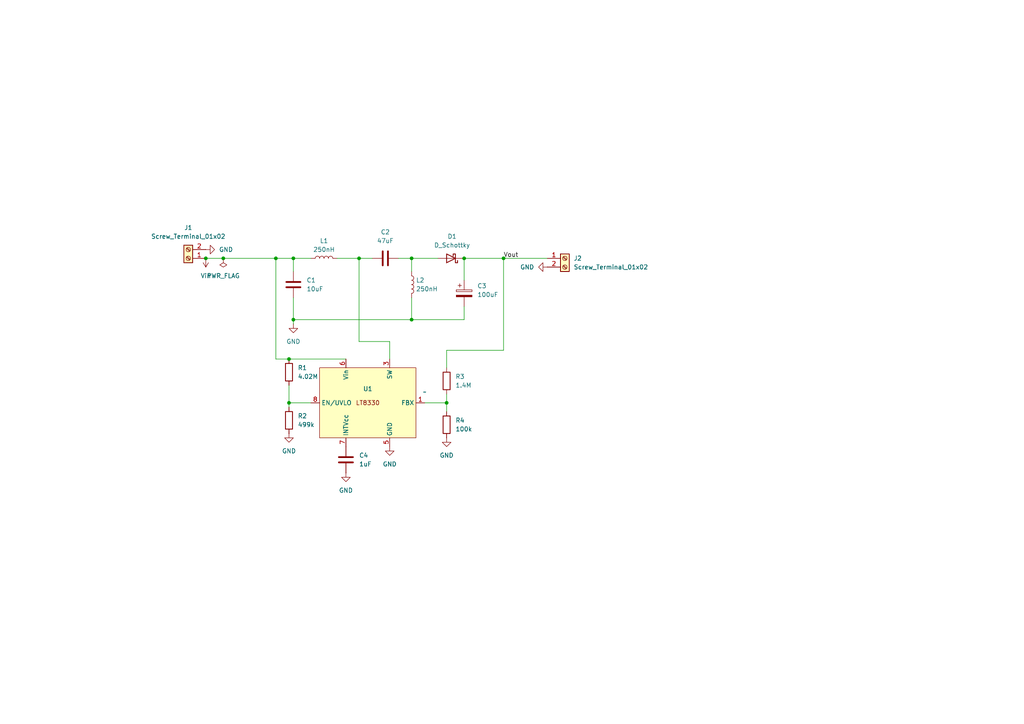
<source format=kicad_sch>
(kicad_sch (version 20231120) (generator "eeschema") (generator_version "8.0")
  (paper "A4")
  (lib_symbols
    (symbol "Connector:Screw_Terminal_01x02" (pin_names (offset 1.016) hide)
      (property "Reference" "J" (at 0 2.54 0))
      (property "Value" "Screw_Terminal_01x02" (at 0 -5.08 0))
      (symbol "Screw_Terminal_01x02_1_1"
        (rectangle (start -1.27 1.27) (end 1.27 -3.81) (stroke (width 0.254)) (fill (type background)))
        (circle (center 0 -2.54) (radius 0.635) (stroke (width 0.1524)))
        (polyline (pts (xy -0.5334 -2.2098) (xy 0.3302 -3.048)) (stroke (width 0.1524)))
        (polyline (pts (xy -0.5334 0.3302) (xy 0.3302 -0.508)) (stroke (width 0.1524)))
        (polyline (pts (xy -0.3556 -2.032) (xy 0.508 -2.8702)) (stroke (width 0.1524)))
        (polyline (pts (xy -0.3556 0.508) (xy 0.508 -0.3302)) (stroke (width 0.1524)))
        (circle (center 0 0) (radius 0.635) (stroke (width 0.1524)))
        (pin passive line (at -5.08 0 0) (length 3.81) (name "Pin_1") (number "1"))
        (pin passive line (at -5.08 -2.54 0) (length 3.81) (name "Pin_2") (number "2"))
      )
    )
    (symbol "Device:C" (pin_numbers hide) (pin_names (offset 0.254))
      (property "Reference" "C" (at 0.635 2.54 0))
      (property "Value" "C" (at 0.635 -2.54 0))
      (symbol "C_0_1"
        (polyline (pts (xy -2.032 -0.762) (xy 2.032 -0.762)) (stroke (width 0.508)))
        (polyline (pts (xy -2.032 0.762) (xy 2.032 0.762)) (stroke (width 0.508)))
      )
      (symbol "C_1_1"
        (pin passive line (at 0 3.81 270) (length 2.794) (name "~") (number "1"))
        (pin passive line (at 0 -3.81 90) (length 2.794) (name "~") (number "2"))
      )
    )
    (symbol "Device:C_Polarized" (pin_numbers hide) (pin_names (offset 0.254))
      (property "Reference" "C" (at 0.635 2.54 0))
      (property "Value" "C_Polarized" (at 0.635 -2.54 0))
      (symbol "C_Polarized_0_1"
        (rectangle (start -2.286 0.508) (end 2.286 1.016))
        (polyline (pts (xy -1.778 2.286) (xy -0.762 2.286)))
        (polyline (pts (xy -1.27 2.794) (xy -1.27 1.778)))
        (rectangle (start 2.286 -0.508) (end -2.286 -1.016) (fill (type outline)))
      )
      (symbol "C_Polarized_1_1"
        (pin passive line (at 0 3.81 270) (length 2.794) (name "~") (number "1"))
        (pin passive line (at 0 -3.81 90) (length 2.794) (name "~") (number "2"))
      )
    )
    (symbol "Device:D_Schottky" (pin_numbers hide) (pin_names (offset 1.016) hide)
      (property "Reference" "D" (at 0 2.54 0))
      (property "Value" "D_Schottky" (at 0 -2.54 0))
      (symbol "D_Schottky_0_1"
        (polyline (pts (xy 1.27 0) (xy -1.27 0)))
        (polyline (pts (xy 1.27 1.27) (xy 1.27 -1.27) (xy -1.27 0) (xy 1.27 1.27)) (stroke (width 0.254)))
        (polyline (pts (xy -1.905 0.635) (xy -1.905 1.27) (xy -1.27 1.27) (xy -1.27 -1.27) (xy -0.635 -1.27) (xy -0.635 -0.635)) (stroke (width 0.254)))
      )
      (symbol "D_Schottky_1_1"
        (pin passive line (at -3.81 0 0) (length 2.54) (name "K") (number "1"))
        (pin passive line (at 3.81 0 180) (length 2.54) (name "A") (number "2"))
      )
    )
    (symbol "Device:L" (pin_numbers hide) (pin_names (offset 1.016) hide)
      (property "Reference" "L" (at -1.27 0 90))
      (property "Value" "L" (at 1.905 0 90))
      (symbol "L_0_1"
        (arc (start 0 -2.54) (mid 0.6323 -1.905) (end 0 -1.27))
        (arc (start 0 -1.27) (mid 0.6323 -0.635) (end 0 0))
        (arc (start 0 0) (mid 0.6323 0.635) (end 0 1.27))
        (arc (start 0 1.27) (mid 0.6323 1.905) (end 0 2.54))
      )
      (symbol "L_1_1"
        (pin passive line (at 0 3.81 270) (length 1.27) (name "1") (number "1"))
        (pin passive line (at 0 -3.81 90) (length 1.27) (name "2") (number "2"))
      )
    )
    (symbol "Device:R" (pin_numbers hide) (pin_names (offset 0))
      (property "Reference" "R" (at 2.032 0 90))
      (property "Value" "R" (at 0 0 90))
      (symbol "R_0_1"
        (rectangle (start -1.016 -2.54) (end 1.016 2.54) (stroke (width 0.254)))
      )
      (symbol "R_1_1"
        (pin passive line (at 0 3.81 270) (length 1.27) (name "~") (number "1"))
        (pin passive line (at 0 -3.81 90) (length 1.27) (name "~") (number "2"))
      )
    )
    (symbol "LT8330:LT8330 DDB"
      (property "Reference" "U" (at 0 0 0))
      (symbol "LT8330 DDB_1_1"
        (text_box "LT8330\n" (at -13.97 10.16 0) (size 27.94 -20.32) (fill (type color) (color 255 255 194 1)) (effects (font (size 1.27 1.27))))
        (pin input line (at 16.51 0 180) (length 2.54) (name "FBX") (number "1"))
        (pin output line (at 6.35 12.7 270) (length 2.54) (name "SW") (number "3"))
        (pin output line (at 6.35 -12.7 90) (length 2.54) (name "GND") (number "5"))
        (pin power_in line (at -6.35 12.7 270) (length 2.54) (name "Vin") (number "6"))
        (pin output line (at -6.35 -12.7 90) (length 2.54) (name "INTVcc") (number "7"))
        (pin input line (at -16.51 0 0) (length 2.54) (name "EN/UVLO") (number "8"))
      )
    )
    (symbol "Screw_Terminal_01x02_1" (pin_names (offset 1.016) hide)
      (property "Reference" "J1" (at 0 -8.89 0))
      (property "Value" "Screw_Terminal_01x02" (at 0 -6.35 0))
      (symbol "Screw_Terminal_01x02_1_1_1"
        (rectangle (start -1.27 1.27) (end 1.27 -3.81) (stroke (width 0.254)) (fill (type background)))
        (circle (center 0 -2.54) (radius 0.635) (stroke (width 0.1524)))
        (polyline (pts (xy -0.5334 -2.2098) (xy 0.3302 -3.048)) (stroke (width 0.1524)))
        (polyline (pts (xy -0.5334 0.3302) (xy 0.3302 -0.508)) (stroke (width 0.1524)))
        (polyline (pts (xy -0.3556 -2.032) (xy 0.508 -2.8702)) (stroke (width 0.1524)))
        (polyline (pts (xy -0.3556 0.508) (xy 0.508 -0.3302)) (stroke (width 0.1524)))
        (circle (center 0 0) (radius 0.635) (stroke (width 0.1524)))
        (pin power_in line (at -5.08 0 0) (length 3.81) (name "Pin_1") (number "1"))
        (pin power_out line (at -5.08 -2.54 0) (length 3.81) (name "Pin_2") (number "2"))
      )
    )
    (symbol "power:GND" (power) (pin_numbers hide) (pin_names (offset 0) hide)
      (property "Value" "GND" (at 0 -3.81 0))
      (symbol "GND_0_1"
        (polyline (pts (xy 0 0) (xy 0 -1.27) (xy 1.27 -1.27) (xy 0 -2.54) (xy -1.27 -1.27) (xy 0 -1.27)))
      )
      (symbol "GND_1_1"
        (pin power_in line (at 0 0 270) (length 0) (name "~") (number "1"))
      )
    )
    (symbol "power:PWR_FLAG" (power) (pin_numbers hide) (pin_names (offset 0) hide)
      (property "Value" "PWR_FLAG" (at 0 3.81 0))
      (symbol "PWR_FLAG_0_0"
        (pin power_out line (at 0 0 90) (length 0) (name "~") (number "1"))
      )
      (symbol "PWR_FLAG_0_1"
        (polyline (pts (xy 0 0) (xy 0 1.27) (xy -1.016 1.905) (xy 0 2.54) (xy 1.016 1.905) (xy 0 1.27)))
      )
    )
    (symbol "power:VAA" (power) (pin_numbers hide) (pin_names (offset 0) hide)
      (property "Value" "VAA" (at 0 3.556 0))
      (symbol "VAA_0_1"
        (polyline (pts (xy -0.762 1.27) (xy 0 2.54)))
        (polyline (pts (xy 0 0) (xy 0 2.54)))
        (polyline (pts (xy 0 2.54) (xy 0.762 1.27)))
      )
      (symbol "VAA_1_1"
        (pin power_in line (at 0 0 90) (length 0) (name "~") (number "1"))
      )
    )
  )
  (junction (at 129.54 116.84))
  (junction (at 83.82 104.14))
  (junction (at 119.38 92.71))
  (junction (at 119.38 74.93))
  (junction (at 59.69 74.93))
  (junction (at 64.77 74.93))
  (junction (at 80.01 74.93))
  (junction (at 85.09 92.71))
  (junction (at 134.62 74.93))
  (junction (at 146.05 74.93))
  (junction (at 104.14 74.93))
  (junction (at 83.82 116.84))
  (junction (at 85.09 74.93))
  (wire (pts (xy 134.62 74.93) (xy 146.05 74.93)))
  (wire (pts (xy 83.82 116.84) (xy 90.17 116.84)))
  (wire (pts (xy 113.03 104.14) (xy 113.03 99.06)))
  (wire (pts (xy 85.09 86.36) (xy 85.09 92.71)))
  (wire (pts (xy 85.09 92.71) (xy 119.38 92.71)))
  (wire (pts (xy 134.62 88.9) (xy 134.62 92.71)))
  (wire (pts (xy 83.82 104.14) (xy 100.33 104.14)))
  (wire (pts (xy 80.01 74.93) (xy 85.09 74.93)))
  (wire (pts (xy 129.54 101.6) (xy 146.05 101.6)))
  (wire (pts (xy 104.14 74.93) (xy 104.14 99.06)))
  (wire (pts (xy 129.54 106.68) (xy 129.54 101.6)))
  (wire (pts (xy 119.38 86.36) (xy 119.38 92.71)))
  (wire (pts (xy 85.09 74.93) (xy 90.17 74.93)))
  (wire (pts (xy 123.19 116.84) (xy 129.54 116.84)))
  (wire (pts (xy 119.38 74.93) (xy 127 74.93)))
  (wire (pts (xy 80.01 74.93) (xy 80.01 104.14)))
  (wire (pts (xy 146.05 74.93) (xy 158.75 74.93)))
  (wire (pts (xy 115.57 74.93) (xy 119.38 74.93)))
  (wire (pts (xy 85.09 74.93) (xy 85.09 78.74)))
  (wire (pts (xy 146.05 101.6) (xy 146.05 74.93)))
  (wire (pts (xy 83.82 116.84) (xy 83.82 118.11)))
  (wire (pts (xy 85.09 92.71) (xy 85.09 93.98)))
  (wire (pts (xy 104.14 74.93) (xy 107.95 74.93)))
  (wire (pts (xy 113.03 99.06) (xy 104.14 99.06)))
  (wire (pts (xy 64.77 74.93) (xy 80.01 74.93)))
  (wire (pts (xy 80.01 104.14) (xy 83.82 104.14)))
  (wire (pts (xy 119.38 74.93) (xy 119.38 78.74)))
  (wire (pts (xy 97.79 74.93) (xy 104.14 74.93)))
  (wire (pts (xy 129.54 116.84) (xy 129.54 119.38)))
  (wire (pts (xy 129.54 114.3) (xy 129.54 116.84)))
  (wire (pts (xy 83.82 111.76) (xy 83.82 116.84)))
  (wire (pts (xy 59.69 74.93) (xy 64.77 74.93)))
  (wire (pts (xy 119.38 92.71) (xy 134.62 92.71)))
  (wire (pts (xy 134.62 74.93) (xy 134.62 81.28)))
  (label "Vout" (at 146.05 74.93 0))
  (symbol (lib_id "Device:R") (at 83.82 107.95 0) (unit 1)
    (property "Reference" "R1" (at 86.36 106.6799 0) (effects (justify left)))
    (property "Value" "4.02M" (at 86.36 109.2199 0) (effects (justify left)))
    (property "Footprint" "Resistor_SMD:R_0805_2012Metric_Pad1.20x1.40mm_HandSolder" (effects (hide yes)))
    (property "Datasheet" "https://www.seielect.com/catalog/sei-rmcf_rmcp.pdf" (effects (hide yes)))
    (property "Description" "Resistor" (effects (hide yes)))
  )
  (symbol (lib_id "Device:L") (at 93.98 74.93 90) (unit 1)
    (property "Reference" "L1" (at 93.98 69.85 90))
    (property "Value" "250nH" (at 93.98 72.39 90))
    (property "Footprint" "DCDC Footprints:AVR1F131309SR25LT" (effects (hide yes)))
    (property "Datasheet" "https://abracon.com/datasheets/AVR-1F131309S.pdf" (effects (hide yes)))
    (property "Description" "Inductor" (effects (hide yes)))
  )
  (symbol (lib_id "Device:C_Polarized") (at 134.62 85.09 0) (unit 1)
    (property "Reference" "C3" (at 138.43 82.9309 0) (effects (justify left)))
    (property "Value" "100uF" (at 138.43 85.4709 0) (effects (justify left)))
    (property "Footprint" "DCDC Footprints:CAPC6050X550N" (effects (hide yes)))
    (property "Datasheet" "https://product.tdk.com/en/system/files/dam/doc/product/capacitor/ceramic/mlcc/catalog/mlcc_automotive_megacap_en.pdf" (effects (hide yes)))
    (property "Description" "Polarized capacitor" (effects (hide yes)))
  )
  (symbol (lib_id "Connector:Screw_Terminal_01x02") (at 163.83 74.93 0) (unit 1)
    (property "Reference" "J2" (at 166.37 74.9299 0) (effects (justify left)))
    (property "Value" "Screw_Terminal_01x02" (at 166.37 77.4699 0) (effects (justify left)))
    (property "Footprint" "DCDC Footprints:691137710002" (effects (hide yes)))
    (property "Datasheet" "https://www.we-online.com/components/products/datasheet/691137710002.pdf" (effects (hide yes)))
    (property "Description" "Generic screw terminal, single row, 01x02, script generated (kicad-library-utils/schlib/autogen/connector/)" (effects (hide yes)))
  )
  (symbol (lib_id "Device:C") (at 100.33 133.35 0) (unit 1)
    (property "Reference" "C4" (at 104.14 132.0799 0) (effects (justify left)))
    (property "Value" "1uF" (at 104.14 134.6199 0) (effects (justify left)))
    (property "Footprint" "Capacitor_SMD:C_0603_1608Metric_Pad1.08x0.95mm_HandSolder" (effects (hide yes)))
    (property "Datasheet" "https://mm.digikey.com/Volume0/opasdata/d220001/medias/docus/2253/GMK107BJ105MAHT_SS.pdf" (effects (hide yes)))
    (property "Description" "Unpolarized capacitor" (effects (hide yes)))
  )
  (symbol (lib_id "LT8330:LT8330 DDB") (at 106.68 116.84 0) (unit 1)
    (property "Reference" "U1" (at 106.68 112.776 0))
    (property "Value" "~" (at 123.19 113.6965 0))
    (property "Footprint" "DCDC Footprints:DFN-8_DDB" (effects (hide yes)))
    (property "Datasheet" "https://www.analog.com/media/en/technical-documentation/data-sheets/lt8330.pdf" (effects (hide yes)))
    (property "Sim.Library" "C:\\Users\\tim\\AppData\\Local\\LTspice\\lib\\sym\\PowerProducts\\LT8330.asy" (effects (hide yes)))
  )
  (symbol (lib_id "power:GND") (at 83.82 125.73 0) (unit 1)
    (property "Reference" "#PWR06" (effects (hide yes)))
    (property "Value" "GND" (at 83.82 130.81 0))
    (property "Description" "Power symbol creates a global label with name \"GND\" , ground" (effects (hide yes)))
  )
  (symbol (lib_id "power:GND") (at 158.75 77.47 270) (unit 1)
    (property "Reference" "#PWR07" (effects (hide yes)))
    (property "Value" "GND" (at 154.94 77.4699 90) (effects (justify right)))
    (property "Description" "Power symbol creates a global label with name \"GND\" , ground" (effects (hide yes)))
  )
  (symbol (lib_id "power:GND") (at 113.03 129.54 0) (unit 1)
    (property "Reference" "#PWR04" (effects (hide yes)))
    (property "Value" "GND" (at 113.03 134.62 0))
    (property "Description" "Power symbol creates a global label with name \"GND\" , ground" (effects (hide yes)))
  )
  (symbol (lib_id "Device:R") (at 129.54 110.49 0) (unit 1)
    (property "Reference" "R3" (at 132.08 109.2199 0) (effects (justify left)))
    (property "Value" "1.4M" (at 132.08 111.7599 0) (effects (justify left)))
    (property "Footprint" "Resistor_SMD:R_0603_1608Metric_Pad0.98x0.95mm_HandSolder" (effects (hide yes)))
    (property "Datasheet" "https://www.seielect.com/catalog/sei-rmcf_rmcp.pdf" (effects (hide yes)))
    (property "Description" "Resistor" (effects (hide yes)))
  )
  (symbol (lib_id "Device:C") (at 85.09 82.55 0) (unit 1)
    (property "Reference" "C1" (at 88.9 81.2799 0) (effects (justify left)))
    (property "Value" "10uF" (at 88.9 83.8199 0) (effects (justify left)))
    (property "Footprint" "Capacitor_SMD:C_0805_2012Metric_Pad1.18x1.45mm_HandSolder" (effects (hide yes)))
    (property "Datasheet" "https://product.tdk.com/system/files/dam/doc/product/capacitor/ceramic/mlcc/catalog/mlcc_commercial_general_en.pdf" (effects (hide yes)))
    (property "Description" "Unpolarized capacitor" (effects (hide yes)))
  )
  (symbol (lib_id "power:GND") (at 85.09 93.98 0) (unit 1)
    (property "Reference" "#PWR02" (effects (hide yes)))
    (property "Value" "GND" (at 85.09 99.06 0))
    (property "Description" "Power symbol creates a global label with name \"GND\" , ground" (effects (hide yes)))
  )
  (symbol (lib_id "power:PWR_FLAG") (at 64.77 74.93 180) (unit 1)
    (property "Reference" "#FLG01" (effects (hide yes)))
    (property "Value" "PWR_FLAG" (at 64.77 80.01 0))
    (property "Description" "Special symbol for telling ERC where power comes from" (effects (hide yes)))
  )
  (symbol (lib_id "power:GND") (at 129.54 127 0) (unit 1)
    (property "Reference" "#PWR05" (effects (hide yes)))
    (property "Value" "GND" (at 129.54 132.08 0))
    (property "Description" "Power symbol creates a global label with name \"GND\" , ground" (effects (hide yes)))
  )
  (symbol (lib_id "power:GND") (at 100.33 137.16 0) (unit 1)
    (property "Reference" "#PWR03" (effects (hide yes)))
    (property "Value" "GND" (at 100.33 142.24 0))
    (property "Description" "Power symbol creates a global label with name \"GND\" , ground" (effects (hide yes)))
  )
  (symbol (lib_id "power:GND") (at 59.69 72.39 90) (unit 1)
    (property "Reference" "#PWR01" (effects (hide yes)))
    (property "Value" "GND" (at 63.5 72.3899 90) (effects (justify right)))
    (property "Description" "Power symbol creates a global label with name \"GND\" , ground" (effects (hide yes)))
  )
  (symbol (lib_id "Device:L") (at 119.38 82.55 0) (unit 1)
    (property "Reference" "L2" (at 120.65 81.2799 0) (effects (justify left)))
    (property "Value" "250nH" (at 120.65 83.8199 0) (effects (justify left)))
    (property "Footprint" "DCDC Footprints:AVR1F131309SR25LT" (effects (hide yes)))
    (property "Datasheet" "https://abracon.com/datasheets/AVR-1F131309S.pdf" (effects (hide yes)))
    (property "Description" "Inductor" (effects (hide yes)))
  )
  (symbol (lib_name "Screw_Terminal_01x02_1") (lib_id "Connector:Screw_Terminal_01x02") (at 54.61 74.93 180) (unit 1)
    (property "Reference" "J1" (at 54.61 66.04 0))
    (property "Value" "Screw_Terminal_01x02" (at 54.61 68.58 0))
    (property "Footprint" "DCDC Footprints:691137710002" (effects (hide yes)))
    (property "Datasheet" "https://www.we-online.com/components/products/datasheet/691137710002.pdf" (effects (hide yes)))
    (property "Description" "Generic screw terminal, single row, 01x02, script generated (kicad-library-utils/schlib/autogen/connector/)" (effects (hide yes)))
  )
  (symbol (lib_id "Device:R") (at 83.82 121.92 0) (unit 1)
    (property "Reference" "R2" (at 86.36 120.6499 0) (effects (justify left)))
    (property "Value" "499k" (at 86.36 123.1899 0) (effects (justify left)))
    (property "Footprint" "Resistor_SMD:R_0805_2012Metric_Pad1.20x1.40mm_HandSolder" (effects (hide yes)))
    (property "Datasheet" "https://www.mouser.com/datasheet/2/392/n_catalog_partition01_en-1140338.pdf" (effects (hide yes)))
    (property "Description" "Resistor" (effects (hide yes)))
  )
  (symbol (lib_id "Device:C") (at 111.76 74.93 90) (unit 1)
    (property "Reference" "C2" (at 111.76 67.31 90))
    (property "Value" "47uF" (at 111.76 69.85 90))
    (property "Footprint" "Capacitor_SMD:C_2220_5750Metric_Pad1.97x5.40mm_HandSolder" (effects (hide yes)))
    (property "Datasheet" "https://product.tdk.com/system/files/dam/doc/product/capacitor/ceramic/mlcc/catalog/mlcc_automotive_general_en.pdf" (effects (hide yes)))
    (property "Description" "Unpolarized capacitor" (effects (hide yes)))
  )
  (symbol (lib_id "Device:D_Schottky") (at 130.81 74.93 180) (unit 1)
    (property "Reference" "D1" (at 131.1275 68.58 0))
    (property "Value" "D_Schottky" (at 131.1275 71.12 0))
    (property "Footprint" "Package_TO_SOT_SMD:D2PAK_STM" (effects (hide yes)))
    (property "Datasheet" "https://www.st.com/content/ccc/resource/technical/document/datasheet/5e/39/b2/48/ff/81/45/23/DM00034932.pdf/files/DM00034932.pdf/jcr:content/translations/en.DM00034932.pdf" (effects (hide yes)))
    (property "Description" "Schottky diode" (effects (hide yes)))
  )
  (symbol (lib_id "power:VAA") (at 59.69 74.93 180) (unit 1)
    (property "Reference" "#PWR08" (effects (hide yes)))
    (property "Value" "Vin" (at 59.69 80.01 0))
    (property "Description" "Power symbol creates a global label with name \"VAA\"" (effects (hide yes)))
  )
  (symbol (lib_id "Device:R") (at 129.54 123.19 0) (unit 1)
    (property "Reference" "R4" (at 132.08 121.9199 0) (effects (justify left)))
    (property "Value" "100k" (at 132.08 124.4599 0) (effects (justify left)))
    (property "Footprint" "Resistor_SMD:R_0603_1608Metric_Pad0.98x0.95mm_HandSolder" (effects (hide yes)))
    (property "Datasheet" "https://www.seielect.com/catalog/sei-rmcf_rmcp.pdf" (effects (hide yes)))
    (property "Description" "Resistor" (effects (hide yes)))
  )
)
</source>
